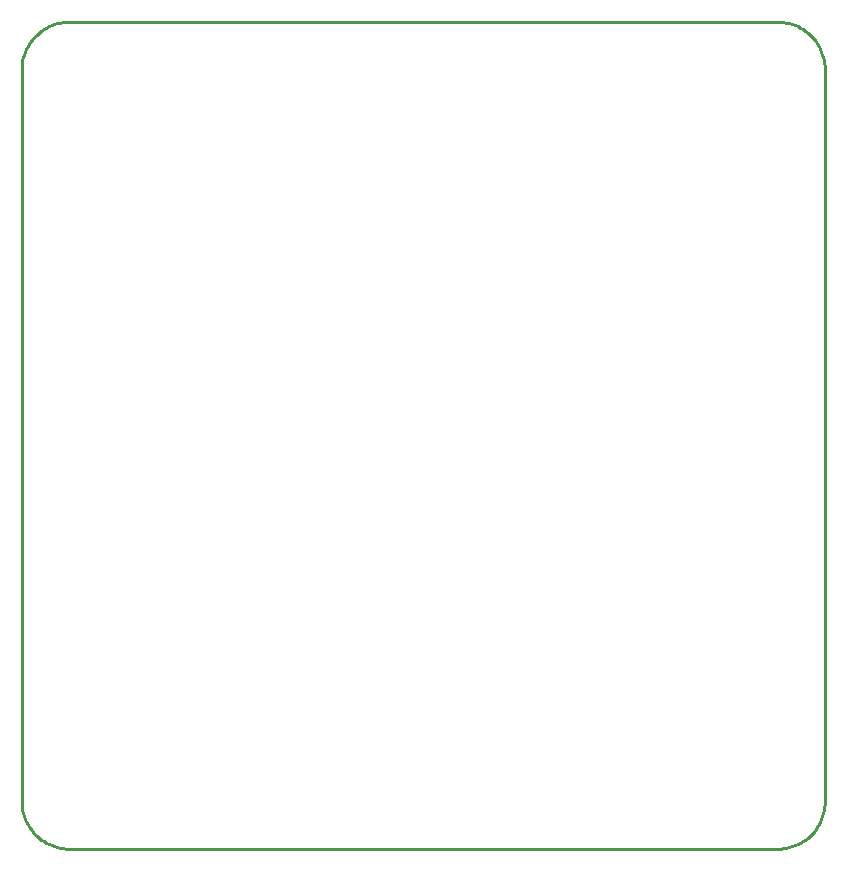
<source format=gm1>
G04*
G04 #@! TF.GenerationSoftware,Altium Limited,Altium Designer,20.1.12 (249)*
G04*
G04 Layer_Color=16711935*
%FSLAX25Y25*%
%MOIN*%
G70*
G04*
G04 #@! TF.SameCoordinates,187957CB-44C1-49C2-83CB-A2E739709334*
G04*
G04*
G04 #@! TF.FilePolarity,Positive*
G04*
G01*
G75*
%ADD10C,0.01000*%
D10*
X259842Y208661D02*
X259874Y207673D01*
X259967Y206688D01*
X260121Y205711D01*
X260337Y204745D01*
X260613Y203795D01*
X260948Y202864D01*
X261341Y201956D01*
X261790Y201075D01*
X262294Y200223D01*
X262850Y199405D01*
X263457Y198623D01*
X264111Y197881D01*
X264810Y197182D01*
X265552Y196527D01*
X266334Y195921D01*
X267152Y195365D01*
X268004Y194861D01*
X268885Y194412D01*
X269793Y194019D01*
X270724Y193684D01*
X271674Y193408D01*
X272640Y193192D01*
X273617Y193038D01*
X274602Y192945D01*
X275590Y192913D01*
Y468504D02*
X274602Y468473D01*
X273617Y468380D01*
X272640Y468225D01*
X271674Y468009D01*
X270724Y467733D01*
X269793Y467398D01*
X268885Y467005D01*
X268004Y466556D01*
X267152Y466052D01*
X266334Y465496D01*
X265552Y464890D01*
X264810Y464236D01*
X264111Y463536D01*
X263457Y462794D01*
X262850Y462012D01*
X262294Y461194D01*
X261790Y460343D01*
X261341Y459461D01*
X260948Y458553D01*
X260613Y457622D01*
X260337Y456672D01*
X260121Y455707D01*
X259967Y454730D01*
X259874Y453745D01*
X259842Y452756D01*
X527559D02*
X527528Y453745D01*
X527435Y454730D01*
X527280Y455707D01*
X527064Y456672D01*
X526788Y457622D01*
X526453Y458553D01*
X526060Y459461D01*
X525611Y460343D01*
X525107Y461194D01*
X524551Y462012D01*
X523945Y462794D01*
X523291Y463536D01*
X522591Y464236D01*
X521849Y464890D01*
X521067Y465496D01*
X520249Y466052D01*
X519398Y466556D01*
X518516Y467005D01*
X517608Y467398D01*
X516677Y467733D01*
X515727Y468009D01*
X514762Y468225D01*
X513785Y468380D01*
X512800Y468473D01*
X511811Y468504D01*
X511811Y192913D02*
X512800Y192945D01*
X513785Y193038D01*
X514762Y193192D01*
X515727Y193408D01*
X516677Y193684D01*
X517608Y194019D01*
X518516Y194412D01*
X519398Y194861D01*
X520249Y195365D01*
X521067Y195921D01*
X521849Y196527D01*
X522591Y197182D01*
X523291Y197881D01*
X523945Y198623D01*
X524551Y199405D01*
X525107Y200223D01*
X525611Y201075D01*
X526060Y201956D01*
X526453Y202864D01*
X526788Y203795D01*
X527064Y204745D01*
X527280Y205711D01*
X527435Y206688D01*
X527528Y207673D01*
X527559Y208661D01*
X259842D02*
Y452756D01*
X275590Y192913D02*
X511811D01*
X527559Y208661D02*
Y452756D01*
X275590Y468504D02*
X511811D01*
M02*

</source>
